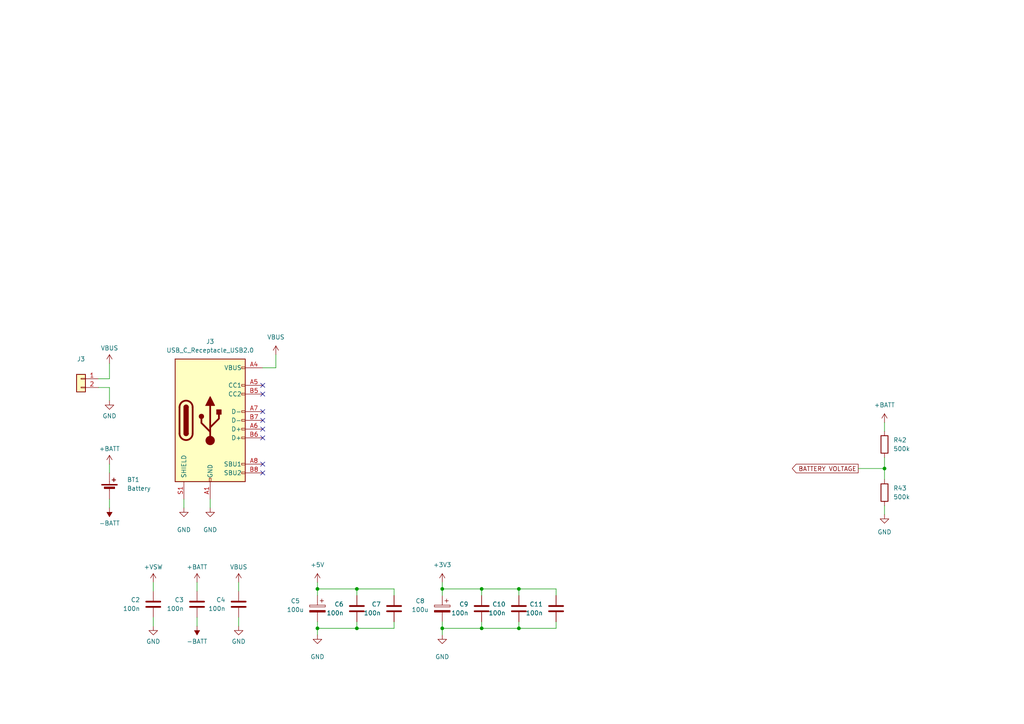
<source format=kicad_sch>
(kicad_sch (version 20250114) (generator "eeschema") (generator_version "9.0")
  (paper "A4")
  (lib_symbols
    (symbol "Connector:USB_C_Receptacle_USB2.0" (pin_names (offset 1.016))
      (property "Reference" "J" (at -10.16 19.05 0))
      (property "Value" "USB_C_Receptacle_USB2.0" (at 19.05 19.05 0))
      (symbol "USB_C_Receptacle_USB2.0_0_0"
        (rectangle (start -0.254 -17.78) (end 0.254 -16.764))
        (rectangle (start 10.16 15.494) (end 9.144 14.986))
        (rectangle (start 10.16 10.414) (end 9.144 9.906))
        (rectangle (start 10.16 7.874) (end 9.144 7.366))
        (rectangle (start 10.16 2.794) (end 9.144 2.286))
        (rectangle (start 10.16 0.254) (end 9.144 -0.254))
        (rectangle (start 10.16 -2.286) (end 9.144 -2.794))
        (rectangle (start 10.16 -4.826) (end 9.144 -5.334))
        (rectangle (start 10.16 -12.446) (end 9.144 -12.954))
        (rectangle (start 10.16 -14.986) (end 9.144 -15.494))
      )
      (symbol "USB_C_Receptacle_USB2.0_0_1"
        (rectangle (start -10.16 17.78) (end 10.16 -17.78) (stroke (width 0.254)) (fill (type background)))
        (polyline (pts (xy -8.89 -3.81) (xy -8.89 3.81)) (stroke (width 0.508)))
        (rectangle (start -7.62 -3.81) (end -6.35 3.81) (stroke (width 0.254)) (fill (type outline)))
        (arc (start -7.62 3.81) (mid -6.985 4.4423) (end -6.35 3.81) (stroke (width 0.254)))
        (arc (start -7.62 3.81) (mid -6.985 4.4423) (end -6.35 3.81) (stroke (width 0.254)) (fill (type outline)))
        (arc (start -8.89 3.81) (mid -6.985 5.7067) (end -5.08 3.81) (stroke (width 0.508)))
        (arc (start -5.08 -3.81) (mid -6.985 -5.7067) (end -8.89 -3.81) (stroke (width 0.508)))
        (arc (start -6.35 -3.81) (mid -6.985 -4.4423) (end -7.62 -3.81) (stroke (width 0.254)))
        (arc (start -6.35 -3.81) (mid -6.985 -4.4423) (end -7.62 -3.81) (stroke (width 0.254)) (fill (type outline)))
        (polyline (pts (xy -5.08 3.81) (xy -5.08 -3.81)) (stroke (width 0.508)))
        (circle (center -2.54 1.143) (radius 0.635) (stroke (width 0.254)) (fill (type outline)))
        (polyline (pts (xy -1.27 4.318) (xy 0 6.858) (xy 1.27 4.318) (xy -1.27 4.318)) (stroke (width 0.254)) (fill (type outline)))
        (polyline (pts (xy 0 -2.032) (xy 2.54 0.508) (xy 2.54 1.778)) (stroke (width 0.508)))
        (polyline (pts (xy 0 -3.302) (xy -2.54 -0.762) (xy -2.54 0.508)) (stroke (width 0.508)))
        (polyline (pts (xy 0 -5.842) (xy 0 4.318)) (stroke (width 0.508)))
        (circle (center 0 -5.842) (radius 1.27) (fill (type outline)))
        (rectangle (start 1.905 1.778) (end 3.175 3.048) (stroke (width 0.254)) (fill (type outline)))
      )
      (symbol "USB_C_Receptacle_USB2.0_1_1"
        (pin passive line (at -7.62 -22.86 90) (length 5.08) (name "SHIELD") (number "S1"))
        (pin passive line (at 0 -22.86 90) (length 5.08) (name "GND") (number "A1"))
        (pin passive line (at 0 -22.86 90) (length 5.08) (hide yes) (name "GND") (number "A12"))
        (pin passive line (at 0 -22.86 90) (length 5.08) (hide yes) (name "GND") (number "B1"))
        (pin passive line (at 0 -22.86 90) (length 5.08) (hide yes) (name "GND") (number "B12"))
        (pin passive line (at 15.24 15.24 180) (length 5.08) (name "VBUS") (number "A4"))
        (pin passive line (at 15.24 15.24 180) (length 5.08) (hide yes) (name "VBUS") (number "A9"))
        (pin passive line (at 15.24 15.24 180) (length 5.08) (hide yes) (name "VBUS") (number "B4"))
        (pin passive line (at 15.24 15.24 180) (length 5.08) (hide yes) (name "VBUS") (number "B9"))
        (pin bidirectional line (at 15.24 10.16 180) (length 5.08) (name "CC1") (number "A5"))
        (pin bidirectional line (at 15.24 7.62 180) (length 5.08) (name "CC2") (number "B5"))
        (pin bidirectional line (at 15.24 2.54 180) (length 5.08) (name "D-") (number "A7"))
        (pin bidirectional line (at 15.24 0 180) (length 5.08) (name "D-") (number "B7"))
        (pin bidirectional line (at 15.24 -2.54 180) (length 5.08) (name "D+") (number "A6"))
        (pin bidirectional line (at 15.24 -5.08 180) (length 5.08) (name "D+") (number "B6"))
        (pin bidirectional line (at 15.24 -12.7 180) (length 5.08) (name "SBU1") (number "A8"))
        (pin bidirectional line (at 15.24 -15.24 180) (length 5.08) (name "SBU2") (number "B8"))
      )
    )
    (symbol "Connector_Generic:Conn_01x02" (pin_names (offset 1.016) (hide yes))
      (property "Reference" "J" (at 0 2.54 0))
      (property "Value" "Conn_01x02" (at 0 -5.08 0))
      (symbol "Conn_01x02_1_1"
        (rectangle (start -1.27 1.27) (end 1.27 -3.81) (stroke (width 0.254)) (fill (type background)))
        (rectangle (start -1.27 0.127) (end 0 -0.127) (stroke (width 0.1524)))
        (rectangle (start -1.27 -2.413) (end 0 -2.667) (stroke (width 0.1524)))
        (pin passive line (at -5.08 0 0) (length 3.81) (name "Pin_1") (number "1"))
        (pin passive line (at -5.08 -2.54 0) (length 3.81) (name "Pin_2") (number "2"))
      )
    )
    (symbol "Device:Battery_Cell" (pin_numbers (hide yes)) (pin_names (offset 0) (hide yes))
      (property "Reference" "BT" (at 2.54 2.54 0))
      (property "Value" "Battery_Cell" (at 2.54 0 0))
      (symbol "Battery_Cell_0_1"
        (rectangle (start -2.286 1.778) (end 2.286 1.524) (fill (type outline)))
        (rectangle (start -1.524 1.016) (end 1.524 0.508) (fill (type outline)))
        (polyline (pts (xy 0 1.778) (xy 0 2.54)))
        (polyline (pts (xy 0 0.762) (xy 0 0)))
        (polyline (pts (xy 0.762 3.048) (xy 1.778 3.048)) (stroke (width 0.254)))
        (polyline (pts (xy 1.27 3.556) (xy 1.27 2.54)) (stroke (width 0.254)))
      )
      (symbol "Battery_Cell_1_1"
        (pin passive line (at 0 5.08 270) (length 2.54) (name "+") (number "1"))
        (pin passive line (at 0 -2.54 90) (length 2.54) (name "-") (number "2"))
      )
    )
    (symbol "Device:C" (pin_numbers (hide yes)) (pin_names (offset 0.254))
      (property "Reference" "C" (at 0.635 2.54 0))
      (property "Value" "C" (at 0.635 -2.54 0))
      (symbol "C_0_1"
        (polyline (pts (xy -2.032 0.762) (xy 2.032 0.762)) (stroke (width 0.508)))
        (polyline (pts (xy -2.032 -0.762) (xy 2.032 -0.762)) (stroke (width 0.508)))
      )
      (symbol "C_1_1"
        (pin passive line (at 0 3.81 270) (length 2.794) (name "~") (number "1"))
        (pin passive line (at 0 -3.81 90) (length 2.794) (name "~") (number "2"))
      )
    )
    (symbol "Device:C_Polarized" (pin_numbers (hide yes)) (pin_names (offset 0.254))
      (property "Reference" "C" (at 0.635 2.54 0))
      (property "Value" "C_Polarized" (at 0.635 -2.54 0))
      (symbol "C_Polarized_0_1"
        (rectangle (start -2.286 0.508) (end 2.286 1.016))
        (polyline (pts (xy -1.778 2.286) (xy -0.762 2.286)))
        (polyline (pts (xy -1.27 2.794) (xy -1.27 1.778)))
        (rectangle (start 2.286 -0.508) (end -2.286 -1.016) (fill (type outline)))
      )
      (symbol "C_Polarized_1_1"
        (pin passive line (at 0 3.81 270) (length 2.794) (name "~") (number "1"))
        (pin passive line (at 0 -3.81 90) (length 2.794) (name "~") (number "2"))
      )
    )
    (symbol "Device:R" (pin_numbers (hide yes)) (pin_names (offset 0))
      (property "Reference" "R" (at 2.032 0 90))
      (property "Value" "R" (at 0 0 90))
      (symbol "R_0_1"
        (rectangle (start -1.016 -2.54) (end 1.016 2.54) (stroke (width 0.254)))
      )
      (symbol "R_1_1"
        (pin passive line (at 0 3.81 270) (length 1.27) (name "~") (number "1"))
        (pin passive line (at 0 -3.81 90) (length 1.27) (name "~") (number "2"))
      )
    )
    (symbol "power:+3V3" (power) (pin_names (offset 0))
      (property "Value" "+3V3" (at 0 3.556 0))
      (symbol "+3V3_0_1"
        (polyline (pts (xy -0.762 1.27) (xy 0 2.54)))
        (polyline (pts (xy 0 2.54) (xy 0.762 1.27)))
        (polyline (pts (xy 0 0) (xy 0 2.54)))
      )
      (symbol "+3V3_1_1"
        (pin power_in line (at 0 0 90) (length 0) (hide yes) (name "+3V3") (number "1"))
      )
    )
    (symbol "power:+5V" (power) (pin_names (offset 0))
      (property "Value" "+5V" (at 0 3.556 0))
      (symbol "+5V_0_1"
        (polyline (pts (xy -0.762 1.27) (xy 0 2.54)))
        (polyline (pts (xy 0 2.54) (xy 0.762 1.27)))
        (polyline (pts (xy 0 0) (xy 0 2.54)))
      )
      (symbol "+5V_1_1"
        (pin power_in line (at 0 0 90) (length 0) (hide yes) (name "+5V") (number "1"))
      )
    )
    (symbol "power:+BATT" (power) (pin_names (offset 0))
      (property "Value" "+BATT" (at 0 3.556 0))
      (symbol "+BATT_0_1"
        (polyline (pts (xy -0.762 1.27) (xy 0 2.54)))
        (polyline (pts (xy 0 2.54) (xy 0.762 1.27)))
        (polyline (pts (xy 0 0) (xy 0 2.54)))
      )
      (symbol "+BATT_1_1"
        (pin power_in line (at 0 0 90) (length 0) (hide yes) (name "+BATT") (number "1"))
      )
    )
    (symbol "power:+VSW" (power) (pin_names (offset 0))
      (property "Value" "+VSW" (at 0 3.556 0))
      (symbol "+VSW_0_1"
        (polyline (pts (xy -0.762 1.27) (xy 0 2.54)))
        (polyline (pts (xy 0 2.54) (xy 0.762 1.27)))
        (polyline (pts (xy 0 0) (xy 0 2.54)))
      )
      (symbol "+VSW_1_1"
        (pin power_in line (at 0 0 90) (length 0) (hide yes) (name "+VSW") (number "1"))
      )
    )
    (symbol "power:-BATT" (power) (pin_names (offset 0))
      (property "Value" "-BATT" (at 0 3.556 0))
      (symbol "-BATT_0_1"
        (polyline (pts (xy 0 0) (xy 0 2.54)))
        (polyline (pts (xy 0.762 1.27) (xy -0.762 1.27) (xy 0 2.54) (xy 0.762 1.27)) (fill (type outline)))
      )
      (symbol "-BATT_1_1"
        (pin power_in line (at 0 0 90) (length 0) (hide yes) (name "-BATT") (number "1"))
      )
    )
    (symbol "power:GND" (power) (pin_names (offset 0))
      (property "Value" "GND" (at 0 -3.81 0))
      (symbol "GND_0_1"
        (polyline (pts (xy 0 0) (xy 0 -1.27) (xy 1.27 -1.27) (xy 0 -2.54) (xy -1.27 -1.27) (xy 0 -1.27)))
      )
      (symbol "GND_1_1"
        (pin power_in line (at 0 0 270) (length 0) (hide yes) (name "GND") (number "1"))
      )
    )
    (symbol "power:VBUS" (power) (pin_names (offset 0))
      (property "Value" "VBUS" (at 0 3.81 0))
      (symbol "VBUS_0_1"
        (polyline (pts (xy -0.762 1.27) (xy 0 2.54)))
        (polyline (pts (xy 0 2.54) (xy 0.762 1.27)))
        (polyline (pts (xy 0 0) (xy 0 2.54)))
      )
      (symbol "VBUS_1_1"
        (pin power_in line (at 0 0 90) (length 0) (hide yes) (name "VBUS") (number "1"))
      )
    )
  )
  (junction (at 256.54 135.89))
  (junction (at 150.495 170.815))
  (junction (at 103.505 182.245))
  (junction (at 150.495 182.245))
  (junction (at 128.27 170.815))
  (junction (at 92.075 182.245))
  (junction (at 128.27 182.245))
  (junction (at 92.075 170.815))
  (junction (at 139.7 170.815))
  (junction (at 139.7 182.245))
  (junction (at 103.505 170.815))
  (no_connect (at 76.2 124.46))
  (no_connect (at 76.2 134.62))
  (no_connect (at 76.2 114.3))
  (no_connect (at 76.2 119.38))
  (no_connect (at 76.2 121.92))
  (no_connect (at 76.2 111.76))
  (no_connect (at 76.2 137.16))
  (no_connect (at 76.2 127))
  (wire (pts (xy 92.075 182.245) (xy 92.075 184.15)))
  (wire (pts (xy 150.495 170.815) (xy 139.7 170.815)))
  (wire (pts (xy 69.215 179.07) (xy 69.215 181.61)))
  (wire (pts (xy 53.34 144.78) (xy 53.34 147.32)))
  (wire (pts (xy 139.7 170.815) (xy 128.27 170.815)))
  (wire (pts (xy 161.29 180.34) (xy 161.29 182.245)))
  (wire (pts (xy 103.505 182.245) (xy 92.075 182.245)))
  (wire (pts (xy 28.575 109.855) (xy 31.75 109.855)))
  (wire (pts (xy 128.27 170.815) (xy 128.27 172.72)))
  (wire (pts (xy 256.54 146.685) (xy 256.54 149.225)))
  (wire (pts (xy 256.54 132.715) (xy 256.54 135.89)))
  (wire (pts (xy 92.075 170.815) (xy 92.075 172.72)))
  (wire (pts (xy 103.505 172.72) (xy 103.505 170.815)))
  (wire (pts (xy 128.27 180.34) (xy 128.27 182.245)))
  (wire (pts (xy 161.29 172.72) (xy 161.29 170.815)))
  (wire (pts (xy 103.505 170.815) (xy 92.075 170.815)))
  (wire (pts (xy 114.3 172.72) (xy 114.3 170.815)))
  (wire (pts (xy 31.75 112.395) (xy 31.75 116.205)))
  (wire (pts (xy 80.01 106.68) (xy 80.01 102.87)))
  (wire (pts (xy 256.54 135.89) (xy 256.54 139.065)))
  (wire (pts (xy 128.27 168.91) (xy 128.27 170.815)))
  (wire (pts (xy 76.2 106.68) (xy 80.01 106.68)))
  (wire (pts (xy 44.45 168.91) (xy 44.45 171.45)))
  (wire (pts (xy 57.15 168.91) (xy 57.15 171.45)))
  (wire (pts (xy 60.96 144.78) (xy 60.96 147.32)))
  (wire (pts (xy 114.3 180.34) (xy 114.3 182.245)))
  (wire (pts (xy 28.575 112.395) (xy 31.75 112.395)))
  (wire (pts (xy 57.15 179.07) (xy 57.15 181.61)))
  (wire (pts (xy 92.075 168.91) (xy 92.075 170.815)))
  (wire (pts (xy 150.495 172.72) (xy 150.495 170.815)))
  (wire (pts (xy 92.075 180.34) (xy 92.075 182.245)))
  (wire (pts (xy 139.7 172.72) (xy 139.7 170.815)))
  (wire (pts (xy 31.75 144.78) (xy 31.75 147.32)))
  (wire (pts (xy 256.54 122.555) (xy 256.54 125.095)))
  (wire (pts (xy 103.505 180.34) (xy 103.505 182.245)))
  (wire (pts (xy 248.92 135.89) (xy 256.54 135.89)))
  (wire (pts (xy 150.495 182.245) (xy 139.7 182.245)))
  (wire (pts (xy 128.27 182.245) (xy 128.27 184.15)))
  (wire (pts (xy 139.7 182.245) (xy 128.27 182.245)))
  (wire (pts (xy 150.495 180.34) (xy 150.495 182.245)))
  (wire (pts (xy 44.45 179.07) (xy 44.45 181.61)))
  (wire (pts (xy 161.29 182.245) (xy 150.495 182.245)))
  (wire (pts (xy 69.215 168.91) (xy 69.215 171.45)))
  (wire (pts (xy 114.3 182.245) (xy 103.505 182.245)))
  (wire (pts (xy 114.3 170.815) (xy 103.505 170.815)))
  (wire (pts (xy 31.75 109.855) (xy 31.75 105.41)))
  (wire (pts (xy 150.495 170.815) (xy 161.29 170.815)))
  (wire (pts (xy 139.7 180.34) (xy 139.7 182.245)))
  (wire (pts (xy 31.75 134.62) (xy 31.75 137.16)))
  (global_label "BATTERY VOLTAGE" (shape output) (at 248.92 135.89 180) (property "Intersheetrefs" "${INTERSHEET_REFS}" (effects (hide yes))))
  (symbol (lib_id "Device:C_Polarized") (at 128.27 176.53 0) (mirror y) (unit 1)
    (property "Reference" "C8" (at 121.8565 174.3075 0))
    (property "Value" "100u" (at 121.8565 176.8475 0))
    (property "Footprint" "Capacitor_THT:CP_Radial_D4.0mm_P1.50mm" (effects (hide yes)))
  )
  (symbol (lib_id "power:+BATT") (at 57.15 168.91 0) (unit 1)
    (property "Reference" "#PWR051" (effects (hide yes)))
    (property "Value" "+BATT" (at 57.15 164.465 0))
  )
  (symbol (lib_id "power:+BATT") (at 256.54 122.555 0) (unit 1)
    (property "Reference" "#PWR0105" (effects (hide yes)))
    (property "Value" "+BATT" (at 256.54 117.475 0))
  )
  (symbol (lib_id "power:VBUS") (at 69.215 168.91 0) (unit 1)
    (property "Reference" "#PWR052" (effects (hide yes)))
    (property "Value" "VBUS" (at 69.215 164.465 0))
  )
  (symbol (lib_id "power:GND") (at 60.96 147.32 0) (unit 1)
    (property "Reference" "#PWR048" (effects (hide yes)))
    (property "Value" "GND" (at 60.96 153.67 0))
  )
  (symbol (lib_id "power:GND") (at 69.215 181.61 0) (unit 1)
    (property "Reference" "#PWR057" (effects (hide yes)))
    (property "Value" "GND" (at 69.215 186.055 0))
  )
  (symbol (lib_id "power:VBUS") (at 31.75 105.41 0) (unit 1)
    (property "Reference" "#PWR030" (effects (hide yes)))
    (property "Value" "VBUS" (at 31.75 100.965 0))
  )
  (symbol (lib_id "power:+3V3") (at 128.27 168.91 0) (unit 1)
    (property "Reference" "#PWR054" (effects (hide yes)))
    (property "Value" "+3V3" (at 128.27 163.83 0))
  )
  (symbol (lib_id "power:GND") (at 256.54 149.225 0) (unit 1)
    (property "Reference" "#PWR0111" (effects (hide yes)))
    (property "Value" "GND" (at 256.54 154.305 0))
  )
  (symbol (lib_id "power:+BATT") (at 31.75 134.62 0) (unit 1)
    (property "Reference" "#PWR041" (effects (hide yes)))
    (property "Value" "+BATT" (at 31.75 130.175 0))
  )
  (symbol (lib_id "power:VBUS") (at 80.01 102.87 0) (unit 1)
    (property "Reference" "#PWR035" (effects (hide yes)))
    (property "Value" "VBUS" (at 80.01 97.79 0))
  )
  (symbol (lib_id "Device:Battery_Cell") (at 31.75 142.24 0) (unit 1)
    (property "Reference" "BT1" (at 36.83 139.1285 0) (effects (justify left)))
    (property "Value" "Battery" (at 36.83 141.6685 0) (effects (justify left)))
    (property "Footprint" "Connector_PinHeader_2.54mm:PinHeader_1x02_P2.54mm_Vertical" (effects (hide yes)))
  )
  (symbol (lib_id "Device:C") (at 139.7 176.53 0) (mirror x) (unit 1)
    (property "Reference" "C9" (at 135.89 175.26 0) (effects (justify right)))
    (property "Value" "100n" (at 135.89 177.8 0) (effects (justify right)))
    (property "Footprint" "Capacitor_SMD:C_0603_1608Metric" (effects (hide yes)))
  )
  (symbol (lib_id "Connector_Generic:Conn_01x02") (at 23.495 109.855 0) (mirror y) (unit 1)
    (property "Reference" "J3" (at 23.495 104.14 0))
    (property "Value" "Conn_01x02" (effects (hide yes)))
    (property "Footprint" "Connector_PinHeader_2.54mm:PinHeader_1x02_P2.54mm_Vertical" (effects (hide yes)))
  )
  (symbol (lib_id "power:GND") (at 44.45 181.61 0) (unit 1)
    (property "Reference" "#PWR055" (effects (hide yes)))
    (property "Value" "GND" (at 44.45 186.055 0))
  )
  (symbol (lib_id "power:GND") (at 92.075 184.15 0) (unit 1)
    (property "Reference" "#PWR058" (effects (hide yes)))
    (property "Value" "GND" (at 92.075 190.5 0))
  )
  (symbol (lib_id "Device:C") (at 103.505 176.53 0) (mirror x) (unit 1)
    (property "Reference" "C6" (at 99.695 175.26 0) (effects (justify right)))
    (property "Value" "100n" (at 99.695 177.8 0) (effects (justify right)))
    (property "Footprint" "Capacitor_SMD:C_0603_1608Metric" (effects (hide yes)))
  )
  (symbol (lib_id "Device:C") (at 161.29 176.53 0) (mirror x) (unit 1)
    (property "Reference" "C11" (at 157.48 175.26 0) (effects (justify right)))
    (property "Value" "100n" (at 157.48 177.8 0) (effects (justify right)))
    (property "Footprint" "Capacitor_SMD:C_0603_1608Metric" (effects (hide yes)))
  )
  (symbol (lib_id "Device:C") (at 57.15 175.26 0) (mirror x) (unit 1)
    (property "Reference" "C3" (at 53.34 173.99 0) (effects (justify right)))
    (property "Value" "100n" (at 53.34 176.53 0) (effects (justify right)))
    (property "Footprint" "Capacitor_SMD:C_0603_1608Metric" (effects (hide yes)))
  )
  (symbol (lib_id "power:-BATT") (at 31.75 147.32 0) (mirror x) (unit 1)
    (property "Reference" "#PWR045" (effects (hide yes)))
    (property "Value" "-BATT" (at 31.75 151.765 0))
  )
  (symbol (lib_id "Device:C") (at 114.3 176.53 0) (mirror x) (unit 1)
    (property "Reference" "C7" (at 110.49 175.26 0) (effects (justify right)))
    (property "Value" "100n" (at 110.49 177.8 0) (effects (justify right)))
    (property "Footprint" "Capacitor_SMD:C_0603_1608Metric" (effects (hide yes)))
  )
  (symbol (lib_id "power:GND") (at 53.34 147.32 0) (unit 1)
    (property "Reference" "#PWR047" (effects (hide yes)))
    (property "Value" "GND" (at 53.34 153.67 0))
  )
  (symbol (lib_id "Device:C") (at 44.45 175.26 0) (mirror x) (unit 1)
    (property "Reference" "C2" (at 40.64 173.99 0) (effects (justify right)))
    (property "Value" "100n" (at 40.64 176.53 0) (effects (justify right)))
    (property "Footprint" "Capacitor_SMD:C_0603_1608Metric" (effects (hide yes)))
  )
  (symbol (lib_id "Device:C_Polarized") (at 92.075 176.53 0) (mirror y) (unit 1)
    (property "Reference" "C5" (at 85.6615 174.3075 0))
    (property "Value" "100u" (at 85.6615 176.8475 0))
    (property "Footprint" "Capacitor_THT:CP_Radial_D4.0mm_P1.50mm" (effects (hide yes)))
  )
  (symbol (lib_id "power:+5V") (at 92.075 168.91 0) (unit 1)
    (property "Reference" "#PWR053" (effects (hide yes)))
    (property "Value" "+5V" (at 92.075 163.83 0))
  )
  (symbol (lib_id "Device:C") (at 150.495 176.53 0) (mirror x) (unit 1)
    (property "Reference" "C10" (at 146.685 175.26 0) (effects (justify right)))
    (property "Value" "100n" (at 146.685 177.8 0) (effects (justify right)))
    (property "Footprint" "Capacitor_SMD:C_0603_1608Metric" (effects (hide yes)))
  )
  (symbol (lib_id "power:+VSW") (at 44.45 168.91 0) (unit 1)
    (property "Reference" "#PWR050" (effects (hide yes)))
    (property "Value" "+VSW" (at 44.45 164.465 0))
  )
  (symbol (lib_id "Device:R") (at 256.54 128.905 180) (unit 1)
    (property "Reference" "R42" (at 259.08 127.635 0) (effects (justify right)))
    (property "Value" "500k" (at 259.08 130.175 0) (effects (justify right)))
    (property "Footprint" "Resistor_SMD:R_0603_1608Metric" (effects (hide yes)))
  )
  (symbol (lib_id "Connector:USB_C_Receptacle_USB2.0") (at 60.96 121.92 0) (unit 1)
    (property "Reference" "J3" (at 60.96 99.06 0))
    (property "Value" "USB_C_Receptacle_USB2.0" (at 60.96 101.6 0))
    (property "Footprint" "Connector_USB:USB_C_Receptacle_XKB_U262-16XN-4BVC11" (effects (hide yes)))
    (property "Datasheet" "https://www.usb.org/sites/default/files/documents/usb_type-c.zip" (effects (hide yes)))
  )
  (symbol (lib_id "power:GND") (at 128.27 184.15 0) (unit 1)
    (property "Reference" "#PWR059" (effects (hide yes)))
    (property "Value" "GND" (at 128.27 190.5 0))
  )
  (symbol (lib_id "Device:R") (at 256.54 142.875 180) (unit 1)
    (property "Reference" "R43" (at 259.08 141.605 0) (effects (justify right)))
    (property "Value" "500k" (at 259.08 144.145 0) (effects (justify right)))
    (property "Footprint" "Resistor_SMD:R_0603_1608Metric" (effects (hide yes)))
  )
  (symbol (lib_id "Device:C") (at 69.215 175.26 0) (mirror x) (unit 1)
    (property "Reference" "C4" (at 65.405 173.99 0) (effects (justify right)))
    (property "Value" "100n" (at 65.405 176.53 0) (effects (justify right)))
    (property "Footprint" "Capacitor_SMD:C_0603_1608Metric" (effects (hide yes)))
  )
  (symbol (lib_id "power:-BATT") (at 57.15 181.61 0) (mirror x) (unit 1)
    (property "Reference" "#PWR056" (effects (hide yes)))
    (property "Value" "-BATT" (at 57.15 186.055 0))
  )
  (symbol (lib_id "power:GND") (at 31.75 116.205 0) (unit 1)
    (property "Reference" "#PWR032" (effects (hide yes)))
    (property "Value" "GND" (at 31.75 120.65 0))
  )
)
</source>
